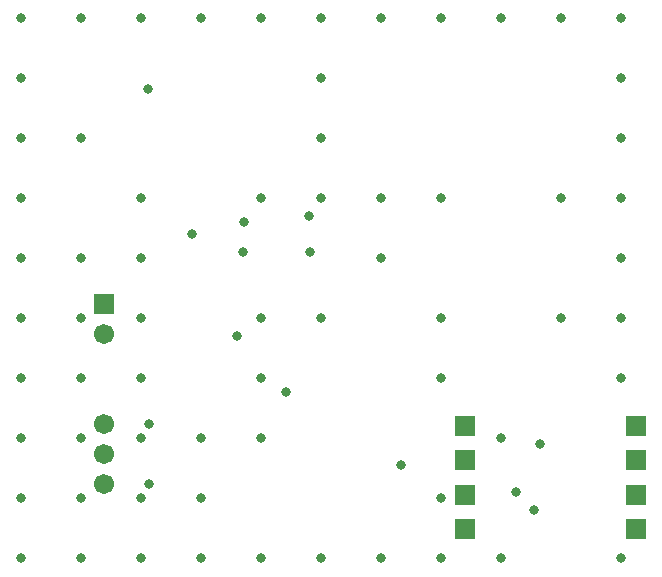
<source format=gbs>
G04*
G04 #@! TF.GenerationSoftware,Altium Limited,Altium Designer,24.2.2 (26)*
G04*
G04 Layer_Color=16711935*
%FSLAX44Y44*%
%MOMM*%
G71*
G04*
G04 #@! TF.SameCoordinates,F77653A4-241C-4A06-9F2E-C48980E71D5F*
G04*
G04*
G04 #@! TF.FilePolarity,Negative*
G04*
G01*
G75*
%ADD55C,1.7016*%
%ADD56R,1.7016X1.7016*%
%ADD57R,1.6764X1.6764*%
%ADD58C,0.8232*%
%ADD59C,0.8132*%
D55*
X513080Y661670D02*
D03*
Y585470D02*
D03*
Y560070D02*
D03*
Y534670D02*
D03*
D56*
Y687070D02*
D03*
D57*
X819150Y496570D02*
D03*
Y525780D02*
D03*
Y554990D02*
D03*
Y584200D02*
D03*
X963930Y496570D02*
D03*
Y525780D02*
D03*
Y554990D02*
D03*
Y584200D02*
D03*
D58*
X862330Y528320D02*
D03*
X882650Y568960D02*
D03*
X877570Y513080D02*
D03*
X764540Y551180D02*
D03*
X550759Y869305D02*
D03*
X626110Y660400D02*
D03*
X551306Y585470D02*
D03*
Y534670D02*
D03*
X631232Y731760D02*
D03*
X631613Y756759D02*
D03*
X687553Y731760D02*
D03*
X667410Y612759D02*
D03*
X687070Y762000D02*
D03*
X588010Y746760D02*
D03*
D59*
X442521Y929079D02*
D03*
Y878279D02*
D03*
Y827480D02*
D03*
Y776680D02*
D03*
Y725880D02*
D03*
Y675080D02*
D03*
Y624280D02*
D03*
Y573480D02*
D03*
Y522680D02*
D03*
Y471880D02*
D03*
X493321Y929079D02*
D03*
Y827480D02*
D03*
Y725880D02*
D03*
Y675080D02*
D03*
Y624280D02*
D03*
Y573480D02*
D03*
Y522680D02*
D03*
Y471880D02*
D03*
X544120Y929079D02*
D03*
Y776680D02*
D03*
Y725880D02*
D03*
Y675080D02*
D03*
Y624280D02*
D03*
Y573480D02*
D03*
Y522680D02*
D03*
Y471880D02*
D03*
X594920Y929079D02*
D03*
Y573480D02*
D03*
Y522680D02*
D03*
Y471880D02*
D03*
X645720Y929079D02*
D03*
Y776680D02*
D03*
Y675080D02*
D03*
Y624280D02*
D03*
Y573480D02*
D03*
Y471880D02*
D03*
X696520Y929079D02*
D03*
Y878279D02*
D03*
Y827480D02*
D03*
Y776680D02*
D03*
Y675080D02*
D03*
Y471880D02*
D03*
X747320Y929079D02*
D03*
Y776680D02*
D03*
Y725880D02*
D03*
Y471880D02*
D03*
X798120Y929079D02*
D03*
Y776680D02*
D03*
Y675080D02*
D03*
Y624280D02*
D03*
Y522680D02*
D03*
Y471880D02*
D03*
X848920Y929079D02*
D03*
Y573480D02*
D03*
Y471880D02*
D03*
X899720Y929079D02*
D03*
Y776680D02*
D03*
Y675080D02*
D03*
X950520Y929079D02*
D03*
Y878279D02*
D03*
Y827480D02*
D03*
Y776680D02*
D03*
Y725880D02*
D03*
Y675080D02*
D03*
Y624280D02*
D03*
Y471880D02*
D03*
M02*

</source>
